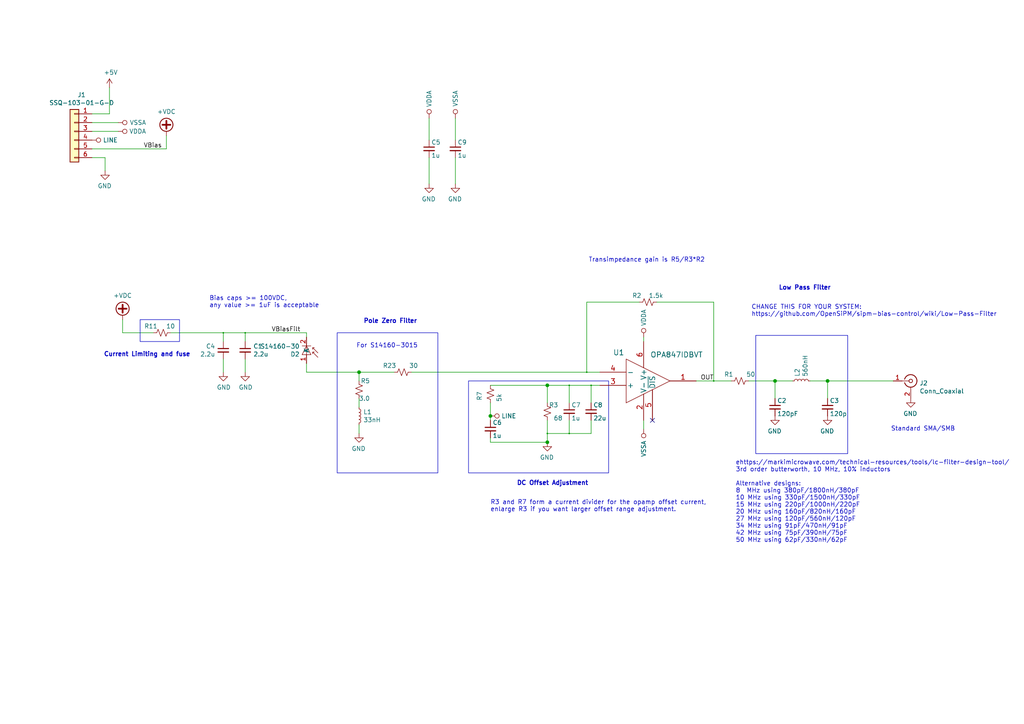
<source format=kicad_sch>
(kicad_sch (version 20250114) (generator "eeschema") (generator_version "9.0")
  (paper "A4")
  (lib_symbols
    (symbol "Connector:Conn_Coaxial" (pin_names (hide yes))
      (property "Reference" "J" (at 0.254 3.048 0))
      (property "Value" "Conn_Coaxial" (at 2.921 0 90))
      (symbol "Conn_Coaxial_0_1"
        (polyline (pts (xy -2.54 0) (xy -0.508 0)))
        (arc (start 1.778 0) (mid 0.222 -1.8079) (end -1.778 -0.508) (stroke (width 0.254)))
        (arc (start -1.778 0.508) (mid 0.2221 1.8084) (end 1.778 0) (stroke (width 0.254)))
        (circle (center 0 0) (radius 0.508) (stroke (width 0.2032)))
        (polyline (pts (xy 0 -2.54) (xy 0 -1.778)))
      )
      (symbol "Conn_Coaxial_1_1"
        (pin passive line (at -5.08 0 0) (length 2.54) (name "In") (number "1"))
        (pin passive line (at 0 -5.08 90) (length 2.54) (name "Ext") (number "2"))
      )
    )
    (symbol "Connector_Generic:Conn_01x06" (pin_names (hide yes))
      (property "Reference" "J" (at 0 7.62 0))
      (property "Value" "Conn_01x06" (at 0 -10.16 0))
      (symbol "Conn_01x06_1_1"
        (rectangle (start -1.27 6.35) (end 1.27 -8.89) (stroke (width 0.254)) (fill (type background)))
        (rectangle (start -1.27 5.207) (end 0 4.953) (stroke (width 0.1524)))
        (rectangle (start -1.27 2.667) (end 0 2.413) (stroke (width 0.1524)))
        (rectangle (start -1.27 0.127) (end 0 -0.127) (stroke (width 0.1524)))
        (rectangle (start -1.27 -2.413) (end 0 -2.667) (stroke (width 0.1524)))
        (rectangle (start -1.27 -4.953) (end 0 -5.207) (stroke (width 0.1524)))
        (rectangle (start -1.27 -7.493) (end 0 -7.747) (stroke (width 0.1524)))
        (pin passive line (at -5.08 5.08 0) (length 3.81) (name "Pin_1") (number "1"))
        (pin passive line (at -5.08 2.54 0) (length 3.81) (name "Pin_2") (number "2"))
        (pin passive line (at -5.08 0 0) (length 3.81) (name "Pin_3") (number "3"))
        (pin passive line (at -5.08 -2.54 0) (length 3.81) (name "Pin_4") (number "4"))
        (pin passive line (at -5.08 -5.08 0) (length 3.81) (name "Pin_5") (number "5"))
        (pin passive line (at -5.08 -7.62 0) (length 3.81) (name "Pin_6") (number "6"))
      )
    )
    (symbol "Device:C_Small" (pin_numbers (hide yes)) (pin_names (offset 0.254) (hide yes))
      (property "Reference" "C" (at 0.254 1.778 0))
      (property "Value" "C_Small" (at 0.254 -2.032 0))
      (symbol "C_Small_0_1"
        (polyline (pts (xy -1.524 0.508) (xy 1.524 0.508)) (stroke (width 0.3048)))
        (polyline (pts (xy -1.524 -0.508) (xy 1.524 -0.508)) (stroke (width 0.3302)))
      )
      (symbol "C_Small_1_1"
        (pin passive line (at 0 2.54 270) (length 2.032) (name "~") (number "1"))
        (pin passive line (at 0 -2.54 90) (length 2.032) (name "~") (number "2"))
      )
    )
    (symbol "Device:L_Small" (pin_numbers (hide yes)) (pin_names (offset 0.254) (hide yes))
      (property "Reference" "L" (at 0.762 1.016 0))
      (property "Value" "L_Small" (at 0.762 -1.016 0))
      (symbol "L_Small_0_1"
        (arc (start 0 2.032) (mid 0.5058 1.524) (end 0 1.016))
        (arc (start 0 1.016) (mid 0.5058 0.508) (end 0 0))
        (arc (start 0 0) (mid 0.5058 -0.508) (end 0 -1.016))
        (arc (start 0 -1.016) (mid 0.5058 -1.524) (end 0 -2.032))
      )
      (symbol "L_Small_1_1"
        (pin passive line (at 0 2.54 270) (length 0.508) (name "~") (number "1"))
        (pin passive line (at 0 -2.54 90) (length 0.508) (name "~") (number "2"))
      )
    )
    (symbol "Device:R_Small_US" (pin_numbers (hide yes)) (pin_names (offset 0.254) (hide yes))
      (property "Reference" "R" (at 0.762 0.508 0))
      (property "Value" "R_Small_US" (at 0.762 -1.016 0))
      (symbol "R_Small_US_1_1"
        (polyline (pts (xy 0 1.524) (xy 1.016 1.143) (xy 0 0.762) (xy -1.016 0.381) (xy 0 0)))
        (polyline (pts (xy 0 0) (xy 1.016 -0.381) (xy 0 -0.762) (xy -1.016 -1.143) (xy 0 -1.524)))
        (pin passive line (at 0 2.54 270) (length 1.016) (name "~") (number "1"))
        (pin passive line (at 0 -2.54 90) (length 1.016) (name "~") (number "2"))
      )
    )
    (symbol "OPA847:OPA847IDBVT" (pin_names (offset 0.254))
      (property "Reference" "U" (at 6.35 39.37 0))
      (property "Value" "OPA847IDBVT" (at 22.86 39.37 0))
      (symbol "OPA847IDBVT_1_0"
        (pin unspecified line (at 16.51 20.32 90) (length 8.89) (name "~{DIS}") (number "5"))
      )
      (symbol "OPA847IDBVT_1_1"
        (polyline (pts (xy 8.89 25.4) (xy 8.89 38.1) (xy 21.59 31.75) (xy 8.89 25.4)))
        (pin input line (at 1.27 34.29 0) (length 7.62) (name "-") (number "4"))
        (pin input line (at 1.27 30.48 0) (length 7.62) (name "+") (number "3"))
        (pin power_in line (at 13.97 43.18 270) (length 7.62) (name "V+") (number "6"))
        (pin power_in line (at 13.97 20.32 90) (length 7.62) (name "V-") (number "2"))
        (pin output line (at 29.21 31.75 180) (length 7.62) (name "~") (number "1"))
      )
    )
    (symbol "SIPMLibrary:S14160-3mm"
      (property "Reference" "D" (at 0.508 1.778 0))
      (property "Value" "S14160-3mm" (at -1.016 -2.794 0))
      (symbol "S14160-3mm_0_1"
        (polyline (pts (xy -2.54 1.27) (xy -2.54 -1.27)) (stroke (width 0.1524)))
        (polyline (pts (xy -2.032 1.778) (xy -1.524 1.778)))
        (polyline (pts (xy -0.508 3.302) (xy -2.032 1.778) (xy -2.032 2.286)))
        (polyline (pts (xy 0 1.27) (xy 0 -1.27)))
        (polyline (pts (xy 0 1.27) (xy -2.54 0) (xy 0 -1.27)))
        (polyline (pts (xy 0 0) (xy -2.54 0)))
        (polyline (pts (xy 0.762 3.302) (xy -0.762 1.778) (xy -0.762 2.286) (xy -0.762 1.778) (xy -0.254 1.778)))
      )
      (symbol "S14160-3mm_1_1"
        (pin passive line (at -5.08 0 0) (length 2.54) (name "K") (number "2"))
        (pin passive line (at 2.54 0 180) (length 2.54) (name "A") (number "1"))
      )
    )
    (symbol "power:+5V" (power) (pin_names (offset 0))
      (property "Value" "+5V" (at 0 3.556 0))
      (symbol "+5V_0_1"
        (polyline (pts (xy -0.762 1.27) (xy 0 2.54)))
        (polyline (pts (xy 0 2.54) (xy 0.762 1.27)))
        (polyline (pts (xy 0 0) (xy 0 2.54)))
      )
      (symbol "+5V_1_1"
        (pin power_in line (at 0 0 90) (length 0) (hide yes) (name "+5V") (number "1"))
      )
    )
    (symbol "power:+VDC" (power) (pin_names (offset 0))
      (property "Value" "+VDC" (at 0 6.35 0))
      (symbol "+VDC_0_1"
        (polyline (pts (xy -1.143 3.175) (xy 1.143 3.175)) (stroke (width 0.508)))
        (circle (center 0 3.175) (radius 1.905) (stroke (width 0.254)))
        (polyline (pts (xy 0 2.032) (xy 0 4.318)) (stroke (width 0.508)))
        (polyline (pts (xy 0 0) (xy 0 1.27)))
      )
      (symbol "+VDC_1_1"
        (pin power_in line (at 0 0 90) (length 0) (hide yes) (name "+VDC") (number "1"))
      )
    )
    (symbol "power:GND" (power) (pin_names (offset 0))
      (property "Value" "GND" (at 0 -3.81 0))
      (symbol "GND_0_1"
        (polyline (pts (xy 0 0) (xy 0 -1.27) (xy 1.27 -1.27) (xy 0 -2.54) (xy -1.27 -1.27) (xy 0 -1.27)))
      )
      (symbol "GND_1_1"
        (pin power_in line (at 0 0 270) (length 0) (hide yes) (name "GND") (number "1"))
      )
    )
    (symbol "power:LINE" (power) (pin_names (offset 0))
      (property "Value" "LINE" (at 0 3.81 0))
      (symbol "LINE_0_1"
        (circle (center 0 1.905) (radius 0.635))
        (polyline (pts (xy 0 0) (xy 0 1.27)))
      )
      (symbol "LINE_1_1"
        (pin power_in line (at 0 0 90) (length 0) (hide yes) (name "LINE") (number "1"))
      )
    )
    (symbol "power:VDDA" (power) (pin_names (offset 0))
      (property "Value" "VDDA" (at 0 3.81 0))
      (symbol "VDDA_0_1"
        (circle (center 0 1.905) (radius 0.635))
        (polyline (pts (xy 0 0) (xy 0 1.27)))
      )
      (symbol "VDDA_1_1"
        (pin power_in line (at 0 0 90) (length 0) (hide yes) (name "VDDA") (number "1"))
      )
    )
    (symbol "power:VSSA" (power) (pin_names (offset 0))
      (property "Value" "VSSA" (at 0 3.81 0))
      (symbol "VSSA_0_1"
        (circle (center 0 1.905) (radius 0.635))
        (polyline (pts (xy 0 0) (xy 0 1.27)))
      )
      (symbol "VSSA_1_1"
        (pin power_in line (at 0 0 90) (length 0) (hide yes) (name "VSSA") (number "1"))
      )
    )
  )
  (rectangle (start 135.89 110.49) (end 176.53 137.16))
  (rectangle (start 219.202 97.282) (end 245.872 131.572))
  (rectangle (start 40.64 92.71) (end 52.07 99.06))
  (rectangle (start 97.79 96.52) (end 127 137.16))
  (text "Bias caps >= 100VDC, \nany value >= 1uF is acceptable" (at 60.706 89.408 0) (effects (font (size 1.27 1.27)) (justify left bottom)))
  (text "ehttps://markimicrowave.com/technical-resources/tools/lc-filter-design-tool/\n3rd order butterworth, 10 MHz, 10% inductors\n\nAlternative designs:  \n8  MHz using 380pF/1800nH/380pF\n10 MHz using 330pF/1500nH/330pF\n15 MHz using 220pF/1000nH/220pF\n20 MHz using 160pF/820nH/160pF\n27 MHz using 120pF/560nH/120pF\n34 MHz using 91pF/470nH/91pF\n42 MHz using 75pF/390nH/75pF\n50 MHz using 62pF/330nH/62pF" (at 213.36 157.48 0) (effects (font (size 1.27 1.27)) (justify left bottom)))
  (text "Pole Zero Filter" (at 105.41 93.98 0) (effects (font (size 1.27 1.27) (thickness 0.254) (bold yes)) (justify left bottom)))
  (text "CHANGE THIS FOR YOUR SYSTEM:\nhttps://github.com/OpenSiPM/sipm-bias-control/wiki/Low-Pass-Filter" (at 217.932 91.948 0) (effects (font (size 1.27 1.27)) (justify left bottom)))
  (text "Low Pass Filter" (at 233.426 83.566 0) (effects (font (size 1.27 1.27) (thickness 0.254) (bold yes))))
  (text "DC Offset Adjustment" (at 149.86 140.97 0) (effects (font (size 1.27 1.27) (thickness 0.254) (bold yes)) (justify left bottom)))
  (text "Current Limiting and fuse" (at 42.672 102.87 0) (effects (font (size 1.27 1.27) (thickness 0.254) (bold yes))))
  (text "R3 and R7 form a current divider for the opamp offset current, \nenlarge R3 if you want larger offset range adjustment." (at 142.24 148.59 0) (effects (font (size 1.27 1.27)) (justify left bottom)))
  (text "Standard SMA/SMB" (at 267.716 124.46 0) (effects (font (size 1.27 1.27))))
  (text "Transimpedance gain is R5/R3*R2" (at 204.47 76.2 0) (effects (font (size 1.27 1.27)) (justify right bottom)))
  (text "For S14160-3015" (at 112.268 100.33 0) (effects (font (size 1.27 1.27))))
  (junction (at 207.01 110.49) (diameter 0.3048))
  (junction (at 158.75 111.76))
  (junction (at 158.75 125.73) (diameter 0.3048))
  (junction (at 158.75 128.27))
  (junction (at 104.14 107.95))
  (junction (at 165.1 125.73) (diameter 0.3048))
  (junction (at 142.24 120.65))
  (junction (at 240.03 110.49))
  (junction (at 64.77 96.52) (diameter 0.3048))
  (junction (at 170.18 107.95) (diameter 0.3048))
  (junction (at 71.12 96.52) (diameter 0.3048))
  (junction (at 171.45 111.76) (diameter 0.3048))
  (junction (at 165.1 111.76) (diameter 0.3048))
  (junction (at 224.79 110.49))
  (no_connect (at 189.23 121.92))
  (wire (pts (xy 142.24 120.65) (xy 142.24 116.84)))
  (wire (pts (xy 158.75 125.73) (xy 165.1 125.73)))
  (wire (pts (xy 71.12 99.06) (xy 71.12 96.52)))
  (wire (pts (xy 158.75 111.76) (xy 165.1 111.76)))
  (wire (pts (xy 88.9 107.95) (xy 104.14 107.95)))
  (wire (pts (xy 165.1 116.84) (xy 165.1 111.76)))
  (wire (pts (xy 26.67 33.02) (xy 31.75 33.02)))
  (wire (pts (xy 170.18 107.95) (xy 119.38 107.95)))
  (wire (pts (xy 240.03 110.49) (xy 259.08 110.49)))
  (wire (pts (xy 158.75 121.92) (xy 158.75 125.73)))
  (wire (pts (xy 34.29 38.1) (xy 26.67 38.1)))
  (wire (pts (xy 31.75 33.02) (xy 31.75 25.4)))
  (wire (pts (xy 132.08 45.72) (xy 132.08 53.34)))
  (wire (pts (xy 124.46 45.72) (xy 124.46 53.34)))
  (wire (pts (xy 104.14 107.95) (xy 114.3 107.95)))
  (wire (pts (xy 170.18 107.95) (xy 173.99 107.95)))
  (wire (pts (xy 224.79 110.49) (xy 224.79 115.57)))
  (wire (pts (xy 217.17 110.49) (xy 224.79 110.49)))
  (wire (pts (xy 35.56 96.52) (xy 44.45 96.52)))
  (wire (pts (xy 64.77 104.14) (xy 64.77 107.95)))
  (wire (pts (xy 234.95 110.49) (xy 240.03 110.49)))
  (wire (pts (xy 190.5 87.63) (xy 207.01 87.63)))
  (wire (pts (xy 142.24 127) (xy 142.24 128.27)))
  (wire (pts (xy 64.77 96.52) (xy 71.12 96.52)))
  (wire (pts (xy 132.08 34.29) (xy 132.08 40.64)))
  (wire (pts (xy 207.01 87.63) (xy 207.01 110.49)))
  (wire (pts (xy 64.77 96.52) (xy 64.77 99.06)))
  (wire (pts (xy 224.79 110.49) (xy 229.87 110.49)))
  (wire (pts (xy 71.12 96.52) (xy 88.9 96.52)))
  (wire (pts (xy 104.14 118.11) (xy 104.14 115.57)))
  (wire (pts (xy 158.75 111.76) (xy 158.75 116.84)))
  (wire (pts (xy 30.48 45.72) (xy 26.67 45.72)))
  (wire (pts (xy 34.29 35.56) (xy 26.67 35.56)))
  (wire (pts (xy 30.48 49.53) (xy 30.48 45.72)))
  (wire (pts (xy 142.24 120.65) (xy 142.24 121.92)))
  (wire (pts (xy 170.18 87.63) (xy 185.42 87.63)))
  (wire (pts (xy 165.1 125.73) (xy 171.45 125.73)))
  (wire (pts (xy 165.1 125.73) (xy 165.1 121.92)))
  (wire (pts (xy 171.45 111.76) (xy 173.99 111.76)))
  (wire (pts (xy 88.9 105.41) (xy 88.9 107.95)))
  (wire (pts (xy 142.24 111.76) (xy 158.75 111.76)))
  (wire (pts (xy 170.18 87.63) (xy 170.18 107.95)))
  (wire (pts (xy 49.53 96.52) (xy 64.77 96.52)))
  (wire (pts (xy 158.75 125.73) (xy 158.75 128.27)))
  (wire (pts (xy 88.9 96.52) (xy 88.9 97.79)))
  (wire (pts (xy 186.69 99.06) (xy 186.69 97.79)))
  (wire (pts (xy 165.1 111.76) (xy 171.45 111.76)))
  (wire (pts (xy 104.14 123.19) (xy 104.14 125.73)))
  (wire (pts (xy 171.45 125.73) (xy 171.45 121.92)))
  (wire (pts (xy 240.03 110.49) (xy 240.03 115.57)))
  (wire (pts (xy 142.24 128.27) (xy 158.75 128.27)))
  (wire (pts (xy 186.69 124.46) (xy 186.69 121.92)))
  (wire (pts (xy 171.45 116.84) (xy 171.45 111.76)))
  (wire (pts (xy 35.56 92.71) (xy 35.56 96.52)))
  (wire (pts (xy 124.46 34.29) (xy 124.46 40.64)))
  (wire (pts (xy 207.01 110.49) (xy 201.93 110.49)))
  (wire (pts (xy 104.14 110.49) (xy 104.14 107.95)))
  (wire (pts (xy 71.12 107.95) (xy 71.12 104.14)))
  (wire (pts (xy 48.26 39.37) (xy 48.26 43.18)))
  (wire (pts (xy 26.67 43.18) (xy 48.26 43.18)))
  (wire (pts (xy 207.01 110.49) (xy 212.09 110.49)))
  (label "VBias" (at 46.99 43.18 180))
  (label "OUT" (at 207.01 110.49 180))
  (label "VBiasFilt" (at 78.74 96.52 0))
  (symbol (lib_id "Connector_Generic:Conn_01x06") (at 21.59 38.1 0) (mirror y) (unit 1)
    (property "Reference" "J1" (at 23.6728 27.5082 0))
    (property "Value" "SSQ-103-01-G-D" (at 23.6728 29.8196 0))
    (property "Footprint" "footprints:PinHeader_2x03_P2.54mm_Vertical" (effects (hide yes)))
  )
  (symbol (lib_id "power:+5V") (at 31.75 25.4 0) (unit 1)
    (property "Reference" "#PWR0101" (effects (hide yes)))
    (property "Value" "+5V" (at 32.131 21.0058 0))
  )
  (symbol (lib_id "OPA847:OPA847IDBVT") (at 172.72 142.24 0) (unit 1)
    (property "Reference" "U1" (at 177.8 102.235 0) (effects (font (size 1.524 1.524)) (justify left)))
    (property "Value" "OPA847IDBVT" (at 188.595 102.87 0) (effects (font (size 1.524 1.524)) (justify left)))
    (property "Footprint" "footprints:OPA847IDBVT" (effects (hide yes)))
  )
  (symbol (lib_id "power:VDDA") (at 34.29 38.1 270) (mirror x) (unit 1)
    (property "Reference" "#PWR04" (effects (hide yes)))
    (property "Value" "VDDA" (at 37.465 38.1 90) (effects (justify left)))
  )
  (symbol (lib_id "power:VSSA") (at 34.29 35.56 270) (mirror x) (unit 1)
    (property "Reference" "#PWR03" (effects (hide yes)))
    (property "Value" "VSSA" (at 40.005 35.56 90))
  )
  (symbol (lib_id "power:GND") (at 30.48 49.53 0) (mirror y) (unit 1)
    (property "Reference" "#PWR01" (effects (hide yes)))
    (property "Value" "GND" (at 30.353 53.9242 0))
  )
  (symbol (lib_id "power:+VDC") (at 48.26 39.37 0) (mirror y) (unit 1)
    (property "Reference" "#PWR05" (effects (hide yes)))
    (property "Value" "+VDC" (at 48.26 32.385 0))
  )
  (symbol (lib_id "power:+VDC") (at 35.56 92.71 0) (unit 1)
    (property "Reference" "#PWR02" (effects (hide yes)))
    (property "Value" "+VDC" (at 35.56 85.725 0))
  )
  (symbol (lib_id "Device:R_Small_US") (at 46.99 96.52 90) (unit 1)
    (property "Reference" "R11" (at 45.72 94.615 90) (effects (justify left)))
    (property "Value" "10" (at 50.8 94.615 90) (effects (justify left)))
    (property "Footprint" "Resistor_SMD:R_0402_1005Metric_Pad0.72x0.64mm_HandSolder" (effects (hide yes)))
  )
  (symbol (lib_id "Device:C_Small") (at 71.12 101.6 0) (unit 1)
    (property "Reference" "C1" (at 73.4568 100.4316 0) (effects (justify left)))
    (property "Value" "2.2u" (at 73.457 102.743 0) (effects (justify left)))
    (property "Footprint" "Capacitor_SMD:C_1206_3216Metric" (effects (hide yes)))
    (property "Voltage" "100V" (effects (hide yes)))
  )
  (symbol (lib_id "power:GND") (at 71.12 107.95 0) (unit 1)
    (property "Reference" "#PWR07" (effects (hide yes)))
    (property "Value" "GND" (at 71.247 112.3442 0))
  )
  (symbol (lib_id "Device:R_Small_US") (at 187.96 87.63 90) (unit 1)
    (property "Reference" "R2" (at 186.055 85.725 90) (effects (justify left)))
    (property "Value" "1.5k" (at 192.405 85.725 90) (effects (justify left)))
    (property "Footprint" "Resistor_SMD:R_0402_1005Metric" (effects (hide yes)))
  )
  (symbol (lib_id "power:VDDA") (at 186.69 97.79 0) (mirror y) (unit 1)
    (property "Reference" "#PWR016" (effects (hide yes)))
    (property "Value" "VDDA" (at 186.69 94.615 90) (effects (justify left)))
  )
  (symbol (lib_id "power:VSSA") (at 186.69 124.46 0) (mirror x) (unit 1)
    (property "Reference" "#PWR017" (effects (hide yes)))
    (property "Value" "VSSA" (at 186.69 130.175 90))
  )
  (symbol (lib_id "Device:C_Small") (at 132.08 43.18 0) (unit 1)
    (property "Reference" "C9" (at 132.715 41.275 0) (effects (justify left)))
    (property "Value" "1u" (at 132.715 45.085 0) (effects (justify left)))
    (property "Footprint" "Capacitor_SMD:C_0402_1005Metric" (effects (hide yes)))
    (property "Voltage" "10V" (effects (hide yes)))
  )
  (symbol (lib_id "power:VDDA") (at 124.46 34.29 0) (mirror y) (unit 1)
    (property "Reference" "#PWR014" (effects (hide yes)))
    (property "Value" "VDDA" (at 124.46 31.115 90) (effects (justify left)))
  )
  (symbol (lib_id "power:GND") (at 132.08 53.34 0) (mirror y) (unit 1)
    (property "Reference" "#PWR019" (effects (hide yes)))
    (property "Value" "GND" (at 131.953 57.7342 0))
  )
  (symbol (lib_id "Device:C_Small") (at 124.46 43.18 0) (unit 1)
    (property "Reference" "C5" (at 125.095 41.275 0) (effects (justify left)))
    (property "Value" "1u" (at 125.095 45.085 0) (effects (justify left)))
    (property "Footprint" "Capacitor_SMD:C_0402_1005Metric" (effects (hide yes)))
    (property "Voltage" "10V" (effects (hide yes)))
  )
  (symbol (lib_id "power:GND") (at 124.46 53.34 0) (mirror y) (unit 1)
    (property "Reference" "#PWR015" (effects (hide yes)))
    (property "Value" "GND" (at 124.333 57.7342 0))
  )
  (symbol (lib_id "Device:C_Small") (at 165.1 119.38 0) (unit 1)
    (property "Reference" "C7" (at 165.735 117.475 0) (effects (justify left)))
    (property "Value" "1u" (at 165.735 121.285 0) (effects (justify left)))
    (property "Footprint" "Capacitor_SMD:C_0402_1005Metric" (effects (hide yes)))
    (property "Voltage" "10V" (effects (hide yes)))
  )
  (symbol (lib_id "Device:C_Small") (at 171.45 119.38 0) (unit 1)
    (property "Reference" "C8" (at 172.085 117.475 0) (effects (justify left)))
    (property "Value" "22u" (at 172.085 121.285 0) (effects (justify left)))
    (property "Footprint" "Capacitor_SMD:C_0603_1608Metric" (effects (hide yes)))
    (property "Voltage" "10V" (effects (hide yes)))
  )
  (symbol (lib_id "Device:R_Small_US") (at 158.75 119.38 180) (unit 1)
    (property "Reference" "R3" (at 161.925 117.475 0) (effects (justify left)))
    (property "Value" "68" (at 163.195 121.285 0) (effects (justify left)))
    (property "Footprint" "Resistor_SMD:R_0402_1005Metric" (effects (hide yes)))
  )
  (symbol (lib_id "power:GND") (at 158.75 128.27 0) (mirror y) (unit 1)
    (property "Reference" "#PWR013" (effects (hide yes)))
    (property "Value" "GND" (at 158.623 132.6642 0))
  )
  (symbol (lib_id "Device:L_Small") (at 104.14 120.65 0) (unit 1)
    (property "Reference" "L1" (at 105.3592 119.4816 0) (effects (justify left)))
    (property "Value" "33nH" (at 105.359 121.793 0) (effects (justify left)))
    (property "Footprint" "Inductor_SMD:L_0603_1608Metric_Pad1.05x0.95mm_HandSolder" (effects (hide yes)))
  )
  (symbol (lib_id "Device:R_Small_US") (at 116.84 107.95 90) (unit 1)
    (property "Reference" "R23" (at 114.935 106.045 90) (effects (justify left)))
    (property "Value" "30" (at 121.285 106.045 90) (effects (justify left)))
    (property "Footprint" "Resistor_SMD:R_0402_1005Metric" (effects (hide yes)))
  )
  (symbol (lib_id "Device:R_Small_US") (at 104.14 113.03 180) (unit 1)
    (property "Reference" "R5" (at 107.315 110.49 0) (effects (justify left)))
    (property "Value" "3.0" (at 107.315 115.57 0) (effects (justify left)))
    (property "Footprint" "Resistor_SMD:R_0402_1005Metric" (effects (hide yes)))
  )
  (symbol (lib_id "power:GND") (at 104.14 125.73 0) (mirror y) (unit 1)
    (property "Reference" "#PWR020" (effects (hide yes)))
    (property "Value" "GND" (at 104.013 130.1242 0))
  )
  (symbol (lib_id "power:VSSA") (at 132.08 34.29 0) (mirror y) (unit 1)
    (property "Reference" "#PWR018" (effects (hide yes)))
    (property "Value" "VSSA" (at 132.08 28.575 90))
  )
  (symbol (lib_id "power:GND") (at 264.16 115.57 0) (mirror y) (unit 1)
    (property "Reference" "#PWR028" (effects (hide yes)))
    (property "Value" "GND" (at 264.033 119.9642 0))
  )
  (symbol (lib_id "Device:R_Small_US") (at 214.63 110.49 90) (unit 1)
    (property "Reference" "R1" (at 212.725 108.585 90) (effects (justify left)))
    (property "Value" "50" (at 219.075 108.585 90) (effects (justify left)))
    (property "Footprint" "Resistor_SMD:R_0402_1005Metric" (effects (hide yes)))
  )
  (symbol (lib_id "Device:R_Small_US") (at 142.24 114.3 0) (unit 1)
    (property "Reference" "R7" (at 139.065 116.205 90) (effects (justify left)))
    (property "Value" "5k" (at 144.78 116.586 90) (effects (justify left)))
    (property "Footprint" "Resistor_SMD:R_0402_1005Metric" (effects (hide yes)))
  )
  (symbol (lib_id "Connector:Conn_Coaxial") (at 264.16 110.49 0) (unit 1)
    (property "Reference" "J2" (at 266.7 111.125 0) (effects (justify left)))
    (property "Value" "Conn_Coaxial" (at 266.7 113.4364 0) (effects (justify left)))
    (property "Footprint" "Connector_Coaxial:SMB_Jack_Vertical" (effects (hide yes)))
    (property "Digikey" "WM5528-ND" (effects (hide yes)))
  )
  (symbol (lib_id "power:LINE") (at 26.67 40.64 270) (mirror x) (unit 1)
    (property "Reference" "#PWR0103" (effects (hide yes)))
    (property "Value" "LINE" (at 29.845 40.64 90) (effects (justify left)))
  )
  (symbol (lib_id "power:LINE") (at 142.24 120.65 270) (mirror x) (unit 1)
    (property "Reference" "#PWR0104" (effects (hide yes)))
    (property "Value" "LINE" (at 145.415 120.65 90) (effects (justify left)))
  )
  (symbol (lib_id "Device:L_Small") (at 232.41 110.49 90) (unit 1)
    (property "Reference" "L2" (at 231.2416 109.2708 0) (effects (justify left)))
    (property "Value" "560nH" (at 233.553 109.271 0) (effects (justify left)))
    (property "Footprint" "Inductor_SMD:L_0603_1608Metric" (effects (hide yes)))
    (property "part" "MLF1005GR56JTD25" (effects (hide yes)))
  )
  (symbol (lib_id "Device:C_Small") (at 224.79 118.11 0) (unit 1)
    (property "Reference" "C2" (at 225.425 116.205 0) (effects (justify left)))
    (property "Value" "120pF" (at 225.425 120.015 0) (effects (justify left)))
    (property "Footprint" "Capacitor_SMD:C_0402_1005Metric" (effects (hide yes)))
  )
  (symbol (lib_id "power:GND") (at 224.79 120.65 0) (mirror y) (unit 1)
    (property "Reference" "#PWR0106" (effects (hide yes)))
    (property "Value" "GND" (at 224.663 125.0442 0))
  )
  (symbol (lib_id "Device:C_Small") (at 142.24 124.46 0) (unit 1)
    (property "Reference" "C6" (at 142.875 122.555 0) (effects (justify left)))
    (property "Value" "1u" (at 142.875 126.365 0) (effects (justify left)))
    (property "Footprint" "Capacitor_SMD:C_0402_1005Metric" (effects (hide yes)))
    (property "Voltage" "10V" (effects (hide yes)))
  )
  (symbol (lib_id "Device:C_Small") (at 64.77 101.6 0) (mirror y) (unit 1)
    (property "Reference" "C4" (at 62.4332 100.4316 0) (effects (justify left)))
    (property "Value" "2.2u" (at 62.433 102.743 0) (effects (justify left)))
    (property "Footprint" "Capacitor_SMD:C_1206_3216Metric" (effects (hide yes)))
    (property "Voltage" "100V" (effects (hide yes)))
  )
  (symbol (lib_id "power:GND") (at 240.03 120.65 0) (mirror y) (unit 1)
    (property "Reference" "#PWR0105" (effects (hide yes)))
    (property "Value" "GND" (at 239.903 125.0442 0))
  )
  (symbol (lib_id "power:GND") (at 64.77 107.95 0) (unit 1)
    (property "Reference" "#PWR0102" (effects (hide yes)))
    (property "Value" "GND" (at 64.897 112.3442 0))
  )
  (symbol (lib_id "SIPMLibrary:S14160-3mm") (at 88.9 102.87 270) (unit 1)
    (property "Reference" "D2" (at 86.9187 102.7494 90) (effects (justify right)))
    (property "Value" "S14160-30" (at 86.9187 100.4507 90) (effects (justify right)))
    (property "Footprint" "footprints:S14160-30" (effects (hide yes)))
    (property "Datasheet" "http://www.osram-https://www.hamamatsu.com/resources/pdf/ssd/s14160-1310ps_etc_kapd1070e.pdf" (effects (hide yes)))
  )
  (symbol (lib_id "Device:C_Small") (at 240.03 118.11 0) (unit 1)
    (property "Reference" "C3" (at 240.665 116.205 0) (effects (justify left)))
    (property "Value" "120p" (at 240.665 120.015 0) (effects (justify left)))
    (property "Footprint" "Capacitor_SMD:C_0402_1005Metric" (effects (hide yes)))
  )
)
</source>
